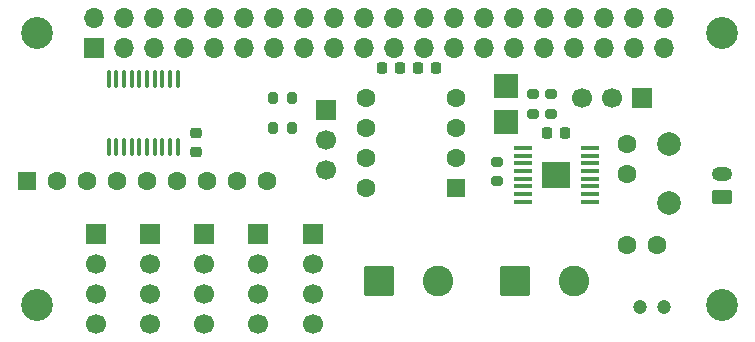
<source format=gts>
G04 #@! TF.GenerationSoftware,KiCad,Pcbnew,9.0.3*
G04 #@! TF.CreationDate,2025-07-11T16:30:41-04:00*
G04 #@! TF.ProjectId,main,6d61696e-2e6b-4696-9361-645f70636258,rev?*
G04 #@! TF.SameCoordinates,Original*
G04 #@! TF.FileFunction,Soldermask,Top*
G04 #@! TF.FilePolarity,Negative*
%FSLAX46Y46*%
G04 Gerber Fmt 4.6, Leading zero omitted, Abs format (unit mm)*
G04 Created by KiCad (PCBNEW 9.0.3) date 2025-07-11 16:30:41*
%MOMM*%
%LPD*%
G01*
G04 APERTURE LIST*
G04 Aperture macros list*
%AMRoundRect*
0 Rectangle with rounded corners*
0 $1 Rounding radius*
0 $2 $3 $4 $5 $6 $7 $8 $9 X,Y pos of 4 corners*
0 Add a 4 corners polygon primitive as box body*
4,1,4,$2,$3,$4,$5,$6,$7,$8,$9,$2,$3,0*
0 Add four circle primitives for the rounded corners*
1,1,$1+$1,$2,$3*
1,1,$1+$1,$4,$5*
1,1,$1+$1,$6,$7*
1,1,$1+$1,$8,$9*
0 Add four rect primitives between the rounded corners*
20,1,$1+$1,$2,$3,$4,$5,0*
20,1,$1+$1,$4,$5,$6,$7,0*
20,1,$1+$1,$6,$7,$8,$9,0*
20,1,$1+$1,$8,$9,$2,$3,0*%
G04 Aperture macros list end*
%ADD10C,2.700000*%
%ADD11R,1.700000X1.700000*%
%ADD12C,1.700000*%
%ADD13RoundRect,0.225000X-0.225000X-0.250000X0.225000X-0.250000X0.225000X0.250000X-0.225000X0.250000X0*%
%ADD14RoundRect,0.200000X0.200000X0.275000X-0.200000X0.275000X-0.200000X-0.275000X0.200000X-0.275000X0*%
%ADD15C,1.600000*%
%ADD16R,2.000000X2.000000*%
%ADD17C,2.000000*%
%ADD18RoundRect,0.200000X-0.275000X0.200000X-0.275000X-0.200000X0.275000X-0.200000X0.275000X0.200000X0*%
%ADD19RoundRect,0.200000X0.275000X-0.200000X0.275000X0.200000X-0.275000X0.200000X-0.275000X-0.200000X0*%
%ADD20RoundRect,0.250000X-1.050000X-1.050000X1.050000X-1.050000X1.050000X1.050000X-1.050000X1.050000X0*%
%ADD21C,2.600000*%
%ADD22R,1.600000X1.600000*%
%ADD23RoundRect,0.225000X0.225000X0.250000X-0.225000X0.250000X-0.225000X-0.250000X0.225000X-0.250000X0*%
%ADD24RoundRect,0.225000X-0.250000X0.225000X-0.250000X-0.225000X0.250000X-0.225000X0.250000X0.225000X0*%
%ADD25C,1.200000*%
%ADD26RoundRect,0.250000X0.550000X0.550000X-0.550000X0.550000X-0.550000X-0.550000X0.550000X-0.550000X0*%
%ADD27RoundRect,0.250000X0.625000X-0.350000X0.625000X0.350000X-0.625000X0.350000X-0.625000X-0.350000X0*%
%ADD28O,1.750000X1.200000*%
%ADD29RoundRect,0.100000X0.100000X-0.637500X0.100000X0.637500X-0.100000X0.637500X-0.100000X-0.637500X0*%
%ADD30R,2.460000X2.310000*%
%ADD31RoundRect,0.100000X0.687500X0.100000X-0.687500X0.100000X-0.687500X-0.100000X0.687500X-0.100000X0*%
%ADD32O,1.700000X1.700000*%
G04 APERTURE END LIST*
D10*
X161500000Y-73500000D03*
D11*
X128000000Y-80000000D03*
D12*
X128000000Y-82540000D03*
X128000000Y-85080000D03*
D13*
X146700000Y-81950000D03*
X148250000Y-81950000D03*
D11*
X117680000Y-90500000D03*
D12*
X117680000Y-93040000D03*
X117680000Y-95580000D03*
X117680000Y-98120000D03*
D14*
X125150000Y-79000000D03*
X123500000Y-79000000D03*
D15*
X153500000Y-82920000D03*
X153500000Y-85460000D03*
D16*
X143250000Y-81000000D03*
D17*
X157000000Y-87920000D03*
X157000000Y-82920000D03*
D18*
X142500000Y-84420000D03*
X142500000Y-86070000D03*
D19*
X147050000Y-80325000D03*
X147050000Y-78675000D03*
D10*
X103500000Y-96500000D03*
D11*
X113090000Y-90500000D03*
D12*
X113090000Y-93040000D03*
X113090000Y-95580000D03*
X113090000Y-98120000D03*
D10*
X103500000Y-73500000D03*
D14*
X125150000Y-81500000D03*
X123500000Y-81500000D03*
D20*
X132500000Y-94500000D03*
D21*
X137500000Y-94500000D03*
D22*
X102720000Y-86000000D03*
D15*
X105260000Y-86000000D03*
X107800000Y-86000000D03*
X110340000Y-86000000D03*
X112880000Y-86000000D03*
X115420000Y-86000000D03*
X117960000Y-86000000D03*
X120500000Y-86000000D03*
X123040000Y-86000000D03*
D11*
X122270000Y-90500000D03*
D12*
X122270000Y-93040000D03*
X122270000Y-95580000D03*
X122270000Y-98120000D03*
D23*
X134250000Y-76500000D03*
X132700000Y-76500000D03*
D11*
X108500000Y-90500000D03*
D12*
X108500000Y-93040000D03*
X108500000Y-95580000D03*
X108500000Y-98120000D03*
D19*
X145500000Y-80325000D03*
X145500000Y-78675000D03*
D24*
X117000000Y-82000000D03*
X117000000Y-83550000D03*
D25*
X154600000Y-96700000D03*
X156600000Y-96700000D03*
D26*
X139000000Y-86620000D03*
D15*
X139000000Y-84080000D03*
X139000000Y-81540000D03*
X139000000Y-79000000D03*
X131380000Y-79000000D03*
X131380000Y-81540000D03*
X131380000Y-84080000D03*
X131380000Y-86620000D03*
D20*
X144000000Y-94500000D03*
D21*
X149000000Y-94500000D03*
D27*
X161500000Y-87420000D03*
D28*
X161500000Y-85420000D03*
D29*
X109600000Y-83137500D03*
X110250000Y-83137500D03*
X110900000Y-83137500D03*
X111550000Y-83137500D03*
X112200000Y-83137500D03*
X112850000Y-83137500D03*
X113500000Y-83137500D03*
X114150000Y-83137500D03*
X114800000Y-83137500D03*
X115450000Y-83137500D03*
X115450000Y-77412500D03*
X114800000Y-77412500D03*
X114150000Y-77412500D03*
X113500000Y-77412500D03*
X112850000Y-77412500D03*
X112200000Y-77412500D03*
X111550000Y-77412500D03*
X110900000Y-77412500D03*
X110250000Y-77412500D03*
X109600000Y-77412500D03*
D10*
X161500000Y-96500000D03*
D11*
X126860000Y-90500000D03*
D12*
X126860000Y-93040000D03*
X126860000Y-95580000D03*
X126860000Y-98120000D03*
D13*
X135750000Y-76500000D03*
X137300000Y-76500000D03*
D30*
X147500000Y-85500000D03*
D31*
X150362500Y-87775000D03*
X150362500Y-87125000D03*
X150362500Y-86475000D03*
X150362500Y-85825000D03*
X150362500Y-85175000D03*
X150362500Y-84525000D03*
X150362500Y-83875000D03*
X150362500Y-83225000D03*
X144637500Y-83225000D03*
X144637500Y-83875000D03*
X144637500Y-84525000D03*
X144637500Y-85175000D03*
X144637500Y-85825000D03*
X144637500Y-86475000D03*
X144637500Y-87125000D03*
X144637500Y-87775000D03*
D16*
X143250000Y-78000000D03*
D15*
X156000000Y-91420000D03*
X153460000Y-91420000D03*
D11*
X154750000Y-79000000D03*
D12*
X152210000Y-79000000D03*
X149670000Y-79000000D03*
D11*
X108370000Y-74770000D03*
D32*
X108370000Y-72230000D03*
X110910000Y-74770000D03*
X110910000Y-72230000D03*
X113450000Y-74770000D03*
X113450000Y-72230000D03*
X115990000Y-74770000D03*
X115990000Y-72230000D03*
X118530000Y-74770000D03*
X118530000Y-72230000D03*
X121070000Y-74770000D03*
X121070000Y-72230000D03*
X123610000Y-74770000D03*
X123610000Y-72230000D03*
X126150000Y-74770000D03*
X126150000Y-72230000D03*
X128690000Y-74770000D03*
X128690000Y-72230000D03*
X131230000Y-74770000D03*
X131230000Y-72230000D03*
X133770000Y-74770000D03*
X133770000Y-72230000D03*
X136310000Y-74770000D03*
X136310000Y-72230000D03*
X138850000Y-74770000D03*
X138850000Y-72230000D03*
X141390000Y-74770000D03*
X141390000Y-72230000D03*
X143930000Y-74770000D03*
X143930000Y-72230000D03*
X146470000Y-74770000D03*
X146470000Y-72230000D03*
X149010000Y-74770000D03*
X149010000Y-72230000D03*
X151550000Y-74770000D03*
X151550000Y-72230000D03*
X154090000Y-74770000D03*
X154090000Y-72230000D03*
X156630000Y-74770000D03*
X156630000Y-72230000D03*
M02*

</source>
